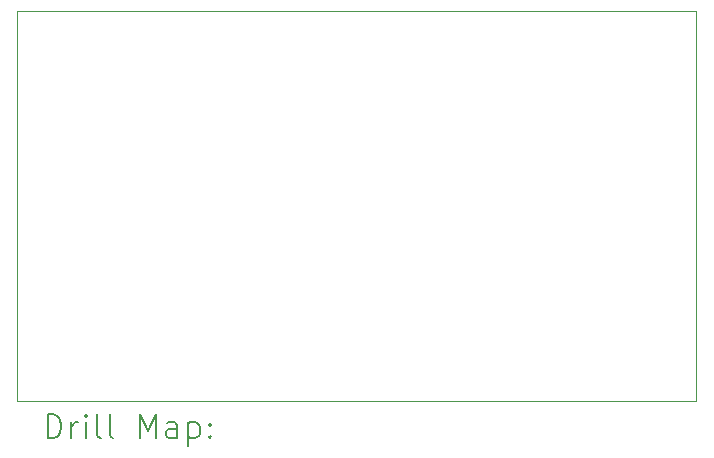
<source format=gbr>
%TF.GenerationSoftware,KiCad,Pcbnew,8.0.7*%
%TF.CreationDate,2025-01-30T16:21:02+01:00*%
%TF.ProjectId,schematics,73636865-6d61-4746-9963-732e6b696361,rev?*%
%TF.SameCoordinates,Original*%
%TF.FileFunction,Drillmap*%
%TF.FilePolarity,Positive*%
%FSLAX45Y45*%
G04 Gerber Fmt 4.5, Leading zero omitted, Abs format (unit mm)*
G04 Created by KiCad (PCBNEW 8.0.7) date 2025-01-30 16:21:02*
%MOMM*%
%LPD*%
G01*
G04 APERTURE LIST*
%ADD10C,0.050000*%
%ADD11C,0.200000*%
G04 APERTURE END LIST*
D10*
X11800000Y-4800000D02*
X17500000Y-4800000D01*
X11750000Y-4800000D02*
X11800000Y-4800000D01*
X17500000Y-8100000D02*
X11750000Y-8100000D01*
X17500000Y-4800000D02*
X17500000Y-8100000D01*
X11750000Y-8100000D02*
X11750000Y-4800000D01*
D11*
X12008277Y-8413984D02*
X12008277Y-8213984D01*
X12008277Y-8213984D02*
X12055896Y-8213984D01*
X12055896Y-8213984D02*
X12084467Y-8223508D01*
X12084467Y-8223508D02*
X12103515Y-8242555D01*
X12103515Y-8242555D02*
X12113039Y-8261603D01*
X12113039Y-8261603D02*
X12122562Y-8299698D01*
X12122562Y-8299698D02*
X12122562Y-8328269D01*
X12122562Y-8328269D02*
X12113039Y-8366365D01*
X12113039Y-8366365D02*
X12103515Y-8385412D01*
X12103515Y-8385412D02*
X12084467Y-8404460D01*
X12084467Y-8404460D02*
X12055896Y-8413984D01*
X12055896Y-8413984D02*
X12008277Y-8413984D01*
X12208277Y-8413984D02*
X12208277Y-8280650D01*
X12208277Y-8318746D02*
X12217801Y-8299698D01*
X12217801Y-8299698D02*
X12227324Y-8290174D01*
X12227324Y-8290174D02*
X12246372Y-8280650D01*
X12246372Y-8280650D02*
X12265420Y-8280650D01*
X12332086Y-8413984D02*
X12332086Y-8280650D01*
X12332086Y-8213984D02*
X12322562Y-8223508D01*
X12322562Y-8223508D02*
X12332086Y-8233031D01*
X12332086Y-8233031D02*
X12341610Y-8223508D01*
X12341610Y-8223508D02*
X12332086Y-8213984D01*
X12332086Y-8213984D02*
X12332086Y-8233031D01*
X12455896Y-8413984D02*
X12436848Y-8404460D01*
X12436848Y-8404460D02*
X12427324Y-8385412D01*
X12427324Y-8385412D02*
X12427324Y-8213984D01*
X12560658Y-8413984D02*
X12541610Y-8404460D01*
X12541610Y-8404460D02*
X12532086Y-8385412D01*
X12532086Y-8385412D02*
X12532086Y-8213984D01*
X12789229Y-8413984D02*
X12789229Y-8213984D01*
X12789229Y-8213984D02*
X12855896Y-8356841D01*
X12855896Y-8356841D02*
X12922562Y-8213984D01*
X12922562Y-8213984D02*
X12922562Y-8413984D01*
X13103515Y-8413984D02*
X13103515Y-8309222D01*
X13103515Y-8309222D02*
X13093991Y-8290174D01*
X13093991Y-8290174D02*
X13074943Y-8280650D01*
X13074943Y-8280650D02*
X13036848Y-8280650D01*
X13036848Y-8280650D02*
X13017801Y-8290174D01*
X13103515Y-8404460D02*
X13084467Y-8413984D01*
X13084467Y-8413984D02*
X13036848Y-8413984D01*
X13036848Y-8413984D02*
X13017801Y-8404460D01*
X13017801Y-8404460D02*
X13008277Y-8385412D01*
X13008277Y-8385412D02*
X13008277Y-8366365D01*
X13008277Y-8366365D02*
X13017801Y-8347317D01*
X13017801Y-8347317D02*
X13036848Y-8337793D01*
X13036848Y-8337793D02*
X13084467Y-8337793D01*
X13084467Y-8337793D02*
X13103515Y-8328269D01*
X13198753Y-8280650D02*
X13198753Y-8480650D01*
X13198753Y-8290174D02*
X13217801Y-8280650D01*
X13217801Y-8280650D02*
X13255896Y-8280650D01*
X13255896Y-8280650D02*
X13274943Y-8290174D01*
X13274943Y-8290174D02*
X13284467Y-8299698D01*
X13284467Y-8299698D02*
X13293991Y-8318746D01*
X13293991Y-8318746D02*
X13293991Y-8375888D01*
X13293991Y-8375888D02*
X13284467Y-8394936D01*
X13284467Y-8394936D02*
X13274943Y-8404460D01*
X13274943Y-8404460D02*
X13255896Y-8413984D01*
X13255896Y-8413984D02*
X13217801Y-8413984D01*
X13217801Y-8413984D02*
X13198753Y-8404460D01*
X13379705Y-8394936D02*
X13389229Y-8404460D01*
X13389229Y-8404460D02*
X13379705Y-8413984D01*
X13379705Y-8413984D02*
X13370182Y-8404460D01*
X13370182Y-8404460D02*
X13379705Y-8394936D01*
X13379705Y-8394936D02*
X13379705Y-8413984D01*
X13379705Y-8290174D02*
X13389229Y-8299698D01*
X13389229Y-8299698D02*
X13379705Y-8309222D01*
X13379705Y-8309222D02*
X13370182Y-8299698D01*
X13370182Y-8299698D02*
X13379705Y-8290174D01*
X13379705Y-8290174D02*
X13379705Y-8309222D01*
M02*

</source>
